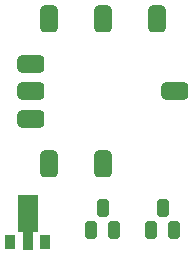
<source format=gbr>
%TF.GenerationSoftware,KiCad,Pcbnew,7.0.6*%
%TF.CreationDate,2023-11-19T20:23:39+09:00*%
%TF.ProjectId,PowerSupply_20230505,506f7765-7253-4757-9070-6c795f323032,rev?*%
%TF.SameCoordinates,Original*%
%TF.FileFunction,Paste,Top*%
%TF.FilePolarity,Positive*%
%FSLAX46Y46*%
G04 Gerber Fmt 4.6, Leading zero omitted, Abs format (unit mm)*
G04 Created by KiCad (PCBNEW 7.0.6) date 2023-11-19 20:23:39*
%MOMM*%
%LPD*%
G01*
G04 APERTURE LIST*
G04 Aperture macros list*
%AMRoundRect*
0 Rectangle with rounded corners*
0 $1 Rounding radius*
0 $2 $3 $4 $5 $6 $7 $8 $9 X,Y pos of 4 corners*
0 Add a 4 corners polygon primitive as box body*
4,1,4,$2,$3,$4,$5,$6,$7,$8,$9,$2,$3,0*
0 Add four circle primitives for the rounded corners*
1,1,$1+$1,$2,$3*
1,1,$1+$1,$4,$5*
1,1,$1+$1,$6,$7*
1,1,$1+$1,$8,$9*
0 Add four rect primitives between the rounded corners*
20,1,$1+$1,$2,$3,$4,$5,0*
20,1,$1+$1,$4,$5,$6,$7,0*
20,1,$1+$1,$6,$7,$8,$9,0*
20,1,$1+$1,$8,$9,$2,$3,0*%
%AMFreePoly0*
4,1,9,3.862500,-0.866500,0.737500,-0.866500,0.737500,-0.450000,-0.737500,-0.450000,-0.737500,0.450000,0.737500,0.450000,0.737500,0.866500,3.862500,0.866500,3.862500,-0.866500,3.862500,-0.866500,$1*%
G04 Aperture macros list end*
%ADD10R,0.900000X1.300000*%
%ADD11FreePoly0,90.000000*%
%ADD12RoundRect,0.381000X-0.381000X0.762000X-0.381000X-0.762000X0.381000X-0.762000X0.381000X0.762000X0*%
%ADD13RoundRect,0.381000X0.762000X0.381000X-0.762000X0.381000X-0.762000X-0.381000X0.762000X-0.381000X0*%
%ADD14RoundRect,0.250000X0.250000X-0.500000X0.250000X0.500000X-0.250000X0.500000X-0.250000X-0.500000X0*%
G04 APERTURE END LIST*
D10*
%TO.C,3.3V*%
X72160000Y-109900000D03*
D11*
X73660000Y-109812500D03*
D10*
X75160000Y-109900000D03*
%TD*%
D12*
%TO.C,U1*%
X80010000Y-103282264D03*
X75430000Y-103282264D03*
D13*
X73910000Y-99472264D03*
X73910000Y-97182264D03*
X73910000Y-94892264D03*
D12*
X75430000Y-91082264D03*
X80010000Y-91082264D03*
X84590000Y-91082264D03*
D13*
X86110000Y-97182264D03*
%TD*%
D14*
%TO.C,Nch*%
X79060000Y-108887500D03*
X80010000Y-107012500D03*
X80960000Y-108887500D03*
%TD*%
%TO.C,Pch*%
X85090000Y-107012500D03*
X84140000Y-108887500D03*
X86040000Y-108887500D03*
%TD*%
M02*

</source>
